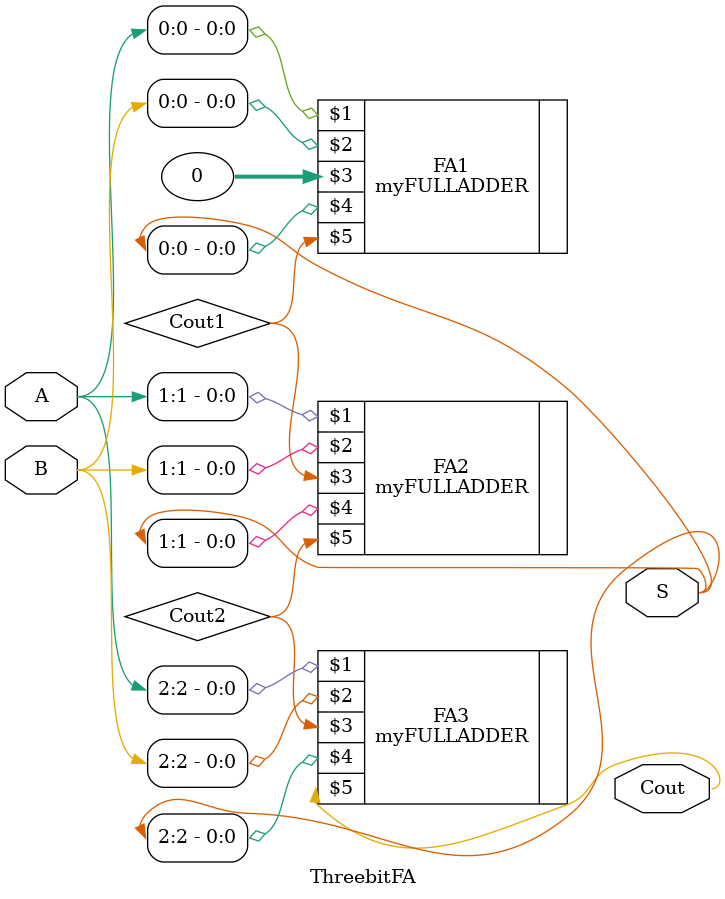
<source format=v>
`timescale 1ns/1ps
module ThreebitFA(
    input [2:0] A,
    input [2:0] B,
    output [2:0] S,
    output Cout
    );
    wire Cout1,Cout2;
    myFULLADDER FA1 (A[0],B[0],0,S[0],Cout1);
    myFULLADDER FA2 (A[1],B[1],Cout1,S[1],Cout2);
    myFULLADDER FA3 (A[2],B[2],Cout2,S[2],Cout);
endmodule

</source>
